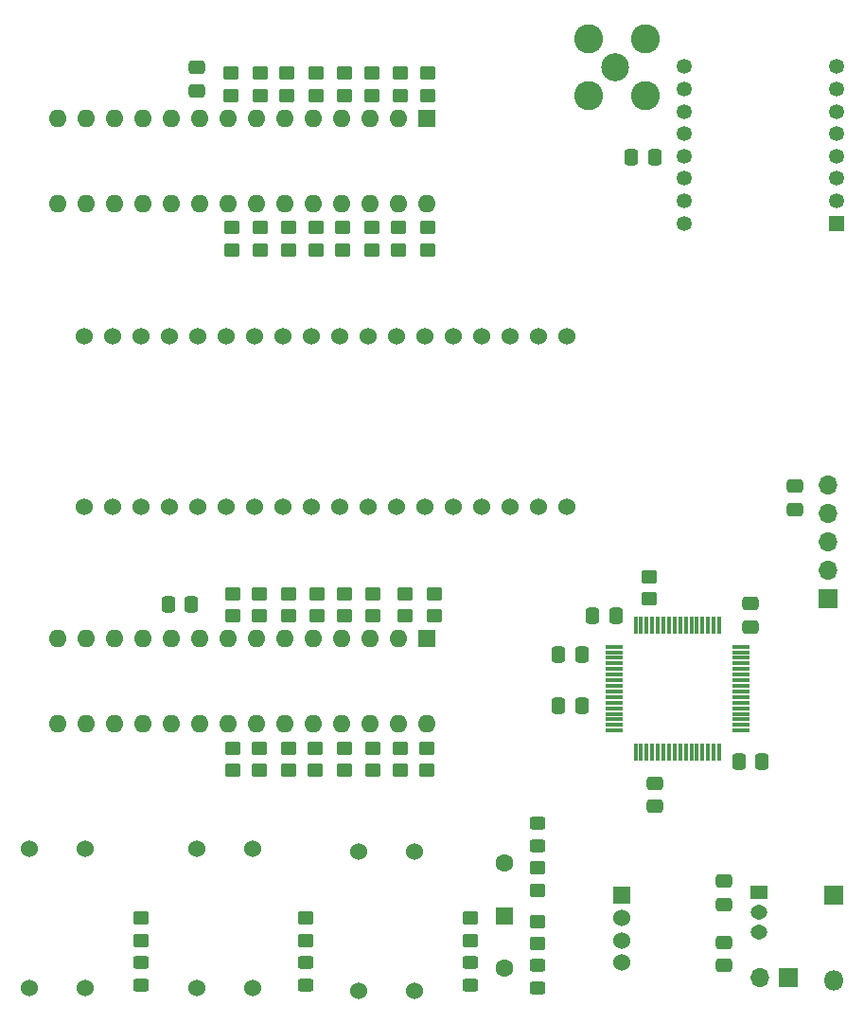
<source format=gbr>
%TF.GenerationSoftware,KiCad,Pcbnew,8.0.3*%
%TF.CreationDate,2024-08-01T08:19:37+01:00*%
%TF.ProjectId,controller,636f6e74-726f-46c6-9c65-722e6b696361,rev?*%
%TF.SameCoordinates,Original*%
%TF.FileFunction,Soldermask,Top*%
%TF.FilePolarity,Negative*%
%FSLAX46Y46*%
G04 Gerber Fmt 4.6, Leading zero omitted, Abs format (unit mm)*
G04 Created by KiCad (PCBNEW 8.0.3) date 2024-08-01 08:19:37*
%MOMM*%
%LPD*%
G01*
G04 APERTURE LIST*
G04 Aperture macros list*
%AMRoundRect*
0 Rectangle with rounded corners*
0 $1 Rounding radius*
0 $2 $3 $4 $5 $6 $7 $8 $9 X,Y pos of 4 corners*
0 Add a 4 corners polygon primitive as box body*
4,1,4,$2,$3,$4,$5,$6,$7,$8,$9,$2,$3,0*
0 Add four circle primitives for the rounded corners*
1,1,$1+$1,$2,$3*
1,1,$1+$1,$4,$5*
1,1,$1+$1,$6,$7*
1,1,$1+$1,$8,$9*
0 Add four rect primitives between the rounded corners*
20,1,$1+$1,$2,$3,$4,$5,0*
20,1,$1+$1,$4,$5,$6,$7,0*
20,1,$1+$1,$6,$7,$8,$9,0*
20,1,$1+$1,$8,$9,$2,$3,0*%
G04 Aperture macros list end*
%ADD10RoundRect,0.250000X0.450000X-0.350000X0.450000X0.350000X-0.450000X0.350000X-0.450000X-0.350000X0*%
%ADD11R,1.700000X1.700000*%
%ADD12O,1.700000X1.700000*%
%ADD13RoundRect,0.250000X-0.450000X0.350000X-0.450000X-0.350000X0.450000X-0.350000X0.450000X0.350000X0*%
%ADD14RoundRect,0.250000X0.450000X-0.325000X0.450000X0.325000X-0.450000X0.325000X-0.450000X-0.325000X0*%
%ADD15RoundRect,0.250000X-0.337500X-0.475000X0.337500X-0.475000X0.337500X0.475000X-0.337500X0.475000X0*%
%ADD16RoundRect,0.250000X-0.475000X0.337500X-0.475000X-0.337500X0.475000X-0.337500X0.475000X0.337500X0*%
%ADD17RoundRect,0.250000X0.337500X0.475000X-0.337500X0.475000X-0.337500X-0.475000X0.337500X-0.475000X0*%
%ADD18R,1.500000X1.300000*%
%ADD19O,1.500000X1.300000*%
%ADD20C,2.600000*%
%ADD21C,2.500000*%
%ADD22RoundRect,0.250000X0.475000X-0.337500X0.475000X0.337500X-0.475000X0.337500X-0.475000X-0.337500X0*%
%ADD23R,1.524000X1.524000*%
%ADD24C,1.524000*%
%ADD25RoundRect,0.250000X-0.450000X0.325000X-0.450000X-0.325000X0.450000X-0.325000X0.450000X0.325000X0*%
%ADD26R,1.350000X1.350000*%
%ADD27C,1.350000*%
%ADD28R,1.600000X1.600000*%
%ADD29O,1.600000X1.600000*%
%ADD30RoundRect,0.075000X-0.700000X-0.075000X0.700000X-0.075000X0.700000X0.075000X-0.700000X0.075000X0*%
%ADD31RoundRect,0.075000X-0.075000X-0.700000X0.075000X-0.700000X0.075000X0.700000X-0.075000X0.700000X0*%
%ADD32R,1.500000X1.500000*%
%ADD33C,1.600000*%
%ADD34R,1.800000X1.800000*%
%ADD35O,1.800000X1.800000*%
G04 APERTURE END LIST*
D10*
%TO.C,R33*%
X113265000Y-115515000D03*
X113265000Y-113515000D03*
%TD*%
D11*
%TO.C,J1*%
X166545000Y-100215000D03*
D12*
X166545000Y-97675000D03*
X166545000Y-95135000D03*
X166545000Y-92595000D03*
X166545000Y-90055000D03*
%TD*%
D10*
%TO.C,R7*%
X140545000Y-126215000D03*
X140545000Y-124215000D03*
%TD*%
D13*
%TO.C,R35*%
X115665000Y-99715000D03*
X115665000Y-101715000D03*
%TD*%
D14*
%TO.C,D6*%
X140545000Y-122265000D03*
X140545000Y-120215000D03*
%TD*%
D15*
%TO.C,C10*%
X148925000Y-60750000D03*
X151000000Y-60750000D03*
%TD*%
D13*
%TO.C,R14*%
X120725000Y-67015000D03*
X120725000Y-69015000D03*
%TD*%
D15*
%TO.C,C7*%
X142425000Y-109715000D03*
X144500000Y-109715000D03*
%TD*%
D16*
%TO.C,C2*%
X157185000Y-130870000D03*
X157185000Y-132945000D03*
%TD*%
D17*
%TO.C,C5*%
X160620000Y-114715000D03*
X158545000Y-114715000D03*
%TD*%
D18*
%TO.C,U6*%
X160373000Y-126445000D03*
D19*
X160373000Y-128223000D03*
X160373000Y-130001000D03*
%TD*%
D10*
%TO.C,R27*%
X128265000Y-115515000D03*
X128265000Y-113515000D03*
%TD*%
D13*
%TO.C,R16*%
X115725000Y-67015000D03*
X115725000Y-69015000D03*
%TD*%
D20*
%TO.C,J2*%
X150152500Y-55180000D03*
X150152500Y-50100000D03*
X145072500Y-55180000D03*
X145072500Y-50100000D03*
D21*
X147512500Y-52715000D03*
%TD*%
D13*
%TO.C,R36*%
X118265000Y-99715000D03*
X118265000Y-101715000D03*
%TD*%
D22*
%TO.C,C8*%
X151045000Y-118752500D03*
X151045000Y-116677500D03*
%TD*%
D10*
%TO.C,R32*%
X115665000Y-115515000D03*
X115665000Y-113515000D03*
%TD*%
%TO.C,R31*%
X118265000Y-115515000D03*
X118265000Y-113515000D03*
%TD*%
D23*
%TO.C,U1*%
X148045000Y-126715000D03*
D24*
X148045000Y-128715000D03*
X148045000Y-130715000D03*
X148045000Y-132715000D03*
%TD*%
D13*
%TO.C,R41*%
X131265000Y-99715000D03*
X131265000Y-101715000D03*
%TD*%
%TO.C,R15*%
X118225000Y-67015000D03*
X118225000Y-69015000D03*
%TD*%
D16*
%TO.C,C4*%
X159545000Y-100640000D03*
X159545000Y-102715000D03*
%TD*%
D25*
%TO.C,D4*%
X105045000Y-132665000D03*
X105045000Y-134715000D03*
%TD*%
D10*
%TO.C,R26*%
X130665000Y-115515000D03*
X130665000Y-113515000D03*
%TD*%
D25*
%TO.C,D5*%
X140545000Y-132966000D03*
X140545000Y-135016000D03*
%TD*%
D13*
%TO.C,R10*%
X130725000Y-67015000D03*
X130725000Y-69015000D03*
%TD*%
D10*
%TO.C,R3*%
X119795000Y-130715000D03*
X119795000Y-128715000D03*
%TD*%
D26*
%TO.C,U5*%
X167252500Y-66622500D03*
D27*
X167252500Y-64622500D03*
X167252500Y-62622500D03*
X167252500Y-60622500D03*
X167252500Y-58622500D03*
X167252500Y-56622500D03*
X167252500Y-54622500D03*
X167252500Y-52622500D03*
X153652500Y-52622500D03*
X153652500Y-54622500D03*
X153652500Y-56622500D03*
X153652500Y-58622500D03*
X153652500Y-60622500D03*
X153652500Y-62622500D03*
X153652500Y-64622500D03*
X153652500Y-66622500D03*
%TD*%
D13*
%TO.C,R6*%
X140545000Y-129016000D03*
X140545000Y-131016000D03*
%TD*%
D24*
%TO.C,S2*%
X129545000Y-122750000D03*
X129545000Y-135250000D03*
X124545000Y-122750000D03*
X124545000Y-135250000D03*
%TD*%
D16*
%TO.C,C3*%
X157185000Y-125445000D03*
X157185000Y-127520000D03*
%TD*%
D10*
%TO.C,R19*%
X115725000Y-55215000D03*
X115725000Y-53215000D03*
%TD*%
%TO.C,R25*%
X130725000Y-55215000D03*
X130725000Y-53215000D03*
%TD*%
D28*
%TO.C,U9*%
X130625000Y-103715000D03*
D29*
X128085000Y-103715000D03*
X125545000Y-103715000D03*
X123005000Y-103715000D03*
X120465000Y-103715000D03*
X117925000Y-103715000D03*
X115385000Y-103715000D03*
X112845000Y-103715000D03*
X110305000Y-103715000D03*
X107765000Y-103715000D03*
X105225000Y-103715000D03*
X102685000Y-103715000D03*
X100145000Y-103715000D03*
X97605000Y-103715000D03*
X97605000Y-111335000D03*
X100145000Y-111335000D03*
X102685000Y-111335000D03*
X105225000Y-111335000D03*
X107765000Y-111335000D03*
X110305000Y-111335000D03*
X112845000Y-111335000D03*
X115385000Y-111335000D03*
X117925000Y-111335000D03*
X120465000Y-111335000D03*
X123005000Y-111335000D03*
X125545000Y-111335000D03*
X128085000Y-111335000D03*
X130625000Y-111335000D03*
%TD*%
D25*
%TO.C,D3*%
X134545000Y-132690000D03*
X134545000Y-134740000D03*
%TD*%
D15*
%TO.C,C9*%
X142425000Y-105215000D03*
X144500000Y-105215000D03*
%TD*%
D13*
%TO.C,R12*%
X125725000Y-67015000D03*
X125725000Y-69015000D03*
%TD*%
D10*
%TO.C,R22*%
X123225000Y-55215000D03*
X123225000Y-53215000D03*
%TD*%
D13*
%TO.C,R37*%
X120765000Y-99715000D03*
X120765000Y-101715000D03*
%TD*%
D10*
%TO.C,R23*%
X125725000Y-55215000D03*
X125725000Y-53215000D03*
%TD*%
%TO.C,R4*%
X134545000Y-130740000D03*
X134545000Y-128740000D03*
%TD*%
D30*
%TO.C,U4*%
X147370000Y-104465000D03*
X147370000Y-104965000D03*
X147370000Y-105465000D03*
X147370000Y-105965000D03*
X147370000Y-106465000D03*
X147370000Y-106965000D03*
X147370000Y-107465000D03*
X147370000Y-107965000D03*
X147370000Y-108465000D03*
X147370000Y-108965000D03*
X147370000Y-109465000D03*
X147370000Y-109965000D03*
X147370000Y-110465000D03*
X147370000Y-110965000D03*
X147370000Y-111465000D03*
X147370000Y-111965000D03*
D31*
X149295000Y-113890000D03*
X149795000Y-113890000D03*
X150295000Y-113890000D03*
X150795000Y-113890000D03*
X151295000Y-113890000D03*
X151795000Y-113890000D03*
X152295000Y-113890000D03*
X152795000Y-113890000D03*
X153295000Y-113890000D03*
X153795000Y-113890000D03*
X154295000Y-113890000D03*
X154795000Y-113890000D03*
X155295000Y-113890000D03*
X155795000Y-113890000D03*
X156295000Y-113890000D03*
X156795000Y-113890000D03*
D30*
X158720000Y-111965000D03*
X158720000Y-111465000D03*
X158720000Y-110965000D03*
X158720000Y-110465000D03*
X158720000Y-109965000D03*
X158720000Y-109465000D03*
X158720000Y-108965000D03*
X158720000Y-108465000D03*
X158720000Y-107965000D03*
X158720000Y-107465000D03*
X158720000Y-106965000D03*
X158720000Y-106465000D03*
X158720000Y-105965000D03*
X158720000Y-105465000D03*
X158720000Y-104965000D03*
X158720000Y-104465000D03*
D31*
X156795000Y-102540000D03*
X156295000Y-102540000D03*
X155795000Y-102540000D03*
X155295000Y-102540000D03*
X154795000Y-102540000D03*
X154295000Y-102540000D03*
X153795000Y-102540000D03*
X153295000Y-102540000D03*
X152795000Y-102540000D03*
X152295000Y-102540000D03*
X151795000Y-102540000D03*
X151295000Y-102540000D03*
X150795000Y-102540000D03*
X150295000Y-102540000D03*
X149795000Y-102540000D03*
X149295000Y-102540000D03*
%TD*%
D24*
%TO.C,U10*%
X143115000Y-76715000D03*
X140575000Y-76715000D03*
X138035000Y-76715000D03*
X135495000Y-76715000D03*
X132955000Y-76715000D03*
X130415000Y-76715000D03*
X127875000Y-76715000D03*
X125335000Y-76715000D03*
X122795000Y-76715000D03*
X120255000Y-76715000D03*
X117715000Y-76715000D03*
X115175000Y-76715000D03*
X112635000Y-76715000D03*
X110095000Y-76715000D03*
X107555000Y-76715000D03*
X105015000Y-76715000D03*
X102475000Y-76715000D03*
X99935000Y-76715000D03*
X99935000Y-91955000D03*
X102475000Y-91955000D03*
X105015000Y-91955000D03*
X107555000Y-91955000D03*
X110095000Y-91955000D03*
X112635000Y-91955000D03*
X115175000Y-91955000D03*
X117715000Y-91955000D03*
X120255000Y-91955000D03*
X122795000Y-91955000D03*
X125335000Y-91955000D03*
X127875000Y-91955000D03*
X130415000Y-91955000D03*
X132955000Y-91955000D03*
X135495000Y-91955000D03*
X138035000Y-91955000D03*
X140575000Y-91955000D03*
X143115000Y-91955000D03*
%TD*%
D13*
%TO.C,R40*%
X128665000Y-99715000D03*
X128665000Y-101715000D03*
%TD*%
D10*
%TO.C,R5*%
X105045000Y-130715000D03*
X105045000Y-128715000D03*
%TD*%
%TO.C,R21*%
X120725000Y-55215000D03*
X120725000Y-53215000D03*
%TD*%
D13*
%TO.C,R34*%
X113265000Y-99715000D03*
X113265000Y-101715000D03*
%TD*%
D32*
%TO.C,SW5*%
X137545000Y-128516000D03*
D33*
X137545000Y-133215000D03*
X137545000Y-123817000D03*
%TD*%
D10*
%TO.C,R9*%
X150545000Y-100215000D03*
X150545000Y-98215000D03*
%TD*%
D13*
%TO.C,R13*%
X123125000Y-67015000D03*
X123125000Y-69015000D03*
%TD*%
D34*
%TO.C,D1*%
X167000000Y-126690000D03*
D35*
X167000000Y-134310000D03*
%TD*%
D10*
%TO.C,R2*%
X123265000Y-115515000D03*
X123265000Y-113515000D03*
%TD*%
D15*
%TO.C,C12*%
X107470000Y-100715000D03*
X109545000Y-100715000D03*
%TD*%
D10*
%TO.C,R1*%
X125765000Y-115515000D03*
X125765000Y-113515000D03*
%TD*%
%TO.C,R30*%
X120665000Y-115515000D03*
X120665000Y-113515000D03*
%TD*%
%TO.C,R24*%
X128225000Y-55215000D03*
X128225000Y-53215000D03*
%TD*%
D13*
%TO.C,R17*%
X113225000Y-67015000D03*
X113225000Y-69015000D03*
%TD*%
D28*
%TO.C,U8*%
X130625000Y-57215000D03*
D29*
X128085000Y-57215000D03*
X125545000Y-57215000D03*
X123005000Y-57215000D03*
X120465000Y-57215000D03*
X117925000Y-57215000D03*
X115385000Y-57215000D03*
X112845000Y-57215000D03*
X110305000Y-57215000D03*
X107765000Y-57215000D03*
X105225000Y-57215000D03*
X102685000Y-57215000D03*
X100145000Y-57215000D03*
X97605000Y-57215000D03*
X97605000Y-64835000D03*
X100145000Y-64835000D03*
X102685000Y-64835000D03*
X105225000Y-64835000D03*
X107765000Y-64835000D03*
X110305000Y-64835000D03*
X112845000Y-64835000D03*
X115385000Y-64835000D03*
X117925000Y-64835000D03*
X120465000Y-64835000D03*
X123005000Y-64835000D03*
X125545000Y-64835000D03*
X128085000Y-64835000D03*
X130625000Y-64835000D03*
%TD*%
D25*
%TO.C,D2*%
X119795000Y-132665000D03*
X119795000Y-134715000D03*
%TD*%
D24*
%TO.C,S3*%
X100045000Y-122500000D03*
X100045000Y-135000000D03*
X95045000Y-122500000D03*
X95045000Y-135000000D03*
%TD*%
D10*
%TO.C,R18*%
X113125000Y-55215000D03*
X113125000Y-53215000D03*
%TD*%
D24*
%TO.C,S1*%
X115045000Y-122500000D03*
X115045000Y-135000000D03*
X110045000Y-122500000D03*
X110045000Y-135000000D03*
%TD*%
D10*
%TO.C,R20*%
X118125000Y-55215000D03*
X118125000Y-53215000D03*
%TD*%
D13*
%TO.C,R38*%
X123265000Y-99715000D03*
X123265000Y-101715000D03*
%TD*%
D15*
%TO.C,C6*%
X145470000Y-101715000D03*
X147545000Y-101715000D03*
%TD*%
D13*
%TO.C,R11*%
X128125000Y-67015000D03*
X128125000Y-69015000D03*
%TD*%
D11*
%TO.C,J3*%
X163000000Y-134025000D03*
D12*
X160460000Y-134025000D03*
%TD*%
D13*
%TO.C,R39*%
X125765000Y-99715000D03*
X125765000Y-101715000D03*
%TD*%
D16*
%TO.C,C14*%
X110045000Y-52715000D03*
X110045000Y-54790000D03*
%TD*%
%TO.C,C1*%
X163545000Y-90140000D03*
X163545000Y-92215000D03*
%TD*%
M02*

</source>
